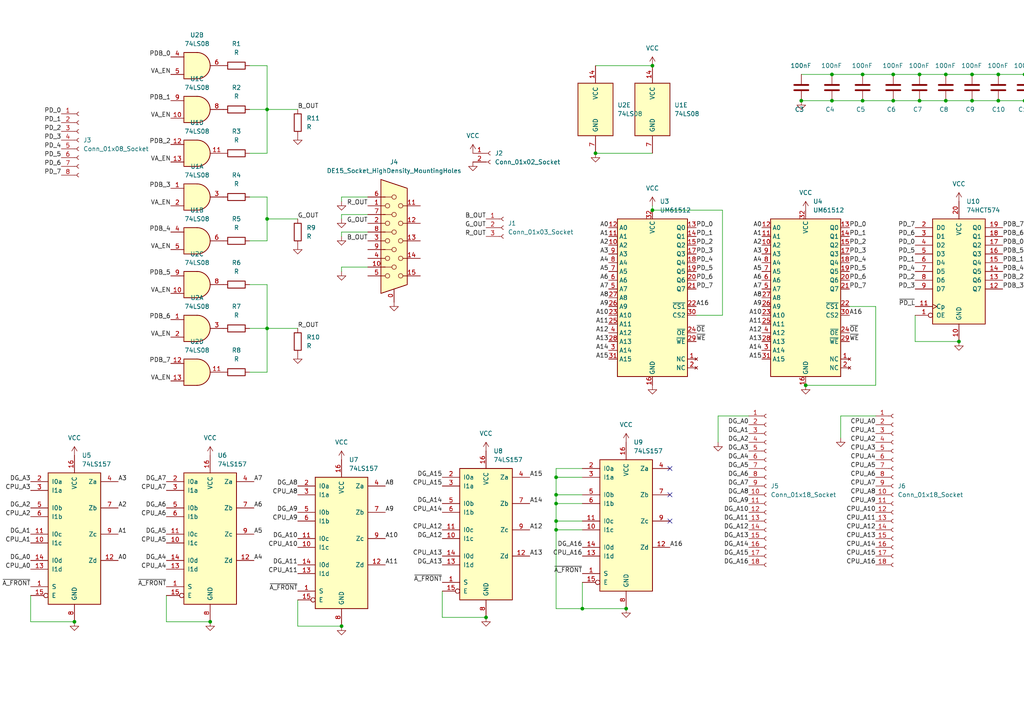
<source format=kicad_sch>
(kicad_sch (version 20250114) (generator "eeschema") (generator_version "9.0")
  (paper "A4")
  (lib_symbols
    (symbol "74xx:74HCT574" (pin_names (offset 1.016))
      (property "Reference" "U" (at -7.62 16.51 0))
      (property "Value" "74HCT574" (at -7.62 -16.51 0))
      (symbol "74HCT574_1_0"
        (pin input line (at -12.7 12.7 0) (length 5.08) (name "D0") (number "2"))
        (pin input line (at -12.7 10.16 0) (length 5.08) (name "D1") (number "3"))
        (pin input line (at -12.7 7.62 0) (length 5.08) (name "D2") (number "4"))
        (pin input line (at -12.7 5.08 0) (length 5.08) (name "D3") (number "5"))
        (pin input line (at -12.7 2.54 0) (length 5.08) (name "D4") (number "6"))
        (pin input line (at -12.7 0 0) (length 5.08) (name "D5") (number "7"))
        (pin input line (at -12.7 -2.54 0) (length 5.08) (name "D6") (number "8"))
        (pin input line (at -12.7 -5.08 0) (length 5.08) (name "D7") (number "9"))
        (pin input clock (at -12.7 -10.16 0) (length 5.08) (name "Cp") (number "11"))
        (pin input inverted (at -12.7 -12.7 0) (length 5.08) (name "OE") (number "1"))
        (pin power_in line (at 0 20.32 270) (length 5.08) (name "VCC") (number "20"))
        (pin power_in line (at 0 -20.32 90) (length 5.08) (name "GND") (number "10"))
        (pin tri_state line (at 12.7 12.7 180) (length 5.08) (name "Q0") (number "19"))
        (pin tri_state line (at 12.7 10.16 180) (length 5.08) (name "Q1") (number "18"))
        (pin tri_state line (at 12.7 7.62 180) (length 5.08) (name "Q2") (number "17"))
        (pin tri_state line (at 12.7 5.08 180) (length 5.08) (name "Q3") (number "16"))
        (pin tri_state line (at 12.7 2.54 180) (length 5.08) (name "Q4") (number "15"))
        (pin tri_state line (at 12.7 0 180) (length 5.08) (name "Q5") (number "14"))
        (pin tri_state line (at 12.7 -2.54 180) (length 5.08) (name "Q6") (number "13"))
        (pin tri_state line (at 12.7 -5.08 180) (length 5.08) (name "Q7") (number "12"))
      )
    )
    (symbol "74xx:74LS08" (pin_names (offset 1.016))
      (property "Reference" "U" (at 0 1.27 0))
      (property "Value" "74LS08" (at 0 -1.27 0))
      (symbol "74LS08_1_1"
        (pin input line (at -7.62 2.54 0) (length 3.81) (name "~") (number "1"))
        (pin input line (at -7.62 -2.54 0) (length 3.81) (name "~") (number "2"))
        (pin output line (at 7.62 0 180) (length 3.81) (name "~") (number "3"))
      )
      (symbol "74LS08_1_2"
        (pin input inverted (at -7.62 2.54 0) (length 4.318) (name "~") (number "1"))
        (pin input inverted (at -7.62 -2.54 0) (length 4.318) (name "~") (number "2"))
        (pin output inverted (at 7.62 0 180) (length 3.81) (name "~") (number "3"))
      )
      (symbol "74LS08_2_1"
        (pin input line (at -7.62 2.54 0) (length 3.81) (name "~") (number "4"))
        (pin input line (at -7.62 -2.54 0) (length 3.81) (name "~") (number "5"))
        (pin output line (at 7.62 0 180) (length 3.81) (name "~") (number "6"))
      )
      (symbol "74LS08_2_2"
        (pin input inverted (at -7.62 2.54 0) (length 4.318) (name "~") (number "4"))
        (pin input inverted (at -7.62 -2.54 0) (length 4.318) (name "~") (number "5"))
        (pin output inverted (at 7.62 0 180) (length 3.81) (name "~") (number "6"))
      )
      (symbol "74LS08_3_1"
        (pin input line (at -7.62 2.54 0) (length 3.81) (name "~") (number "9"))
        (pin input line (at -7.62 -2.54 0) (length 3.81) (name "~") (number "10"))
        (pin output line (at 7.62 0 180) (length 3.81) (name "~") (number "8"))
      )
      (symbol "74LS08_3_2"
        (pin input inverted (at -7.62 2.54 0) (length 4.318) (name "~") (number "9"))
        (pin input inverted (at -7.62 -2.54 0) (length 4.318) (name "~") (number "10"))
        (pin output inverted (at 7.62 0 180) (length 3.81) (name "~") (number "8"))
      )
      (symbol "74LS08_4_1"
        (pin input line (at -7.62 2.54 0) (length 3.81) (name "~") (number "12"))
        (pin input line (at -7.62 -2.54 0) (length 3.81) (name "~") (number "13"))
        (pin output line (at 7.62 0 180) (length 3.81) (name "~") (number "11"))
      )
      (symbol "74LS08_4_2"
        (pin input inverted (at -7.62 2.54 0) (length 4.318) (name "~") (number "12"))
        (pin input inverted (at -7.62 -2.54 0) (length 4.318) (name "~") (number "13"))
        (pin output inverted (at 7.62 0 180) (length 3.81) (name "~") (number "11"))
      )
      (symbol "74LS08_5_0"
        (pin power_in line (at 0 12.7 270) (length 5.08) (name "VCC") (number "14"))
        (pin power_in line (at 0 -12.7 90) (length 5.08) (name "GND") (number "7"))
      )
    )
    (symbol "74xx:74LS157" (pin_names (offset 1.016))
      (property "Reference" "U" (at -7.62 19.05 0))
      (property "Value" "74LS157" (at -7.62 -21.59 0))
      (symbol "74LS157_1_0"
        (pin input line (at -12.7 15.24 0) (length 5.08) (name "I0a") (number "2"))
        (pin input line (at -12.7 12.7 0) (length 5.08) (name "I1a") (number "3"))
        (pin input line (at -12.7 7.62 0) (length 5.08) (name "I0b") (number "5"))
        (pin input line (at -12.7 5.08 0) (length 5.08) (name "I1b") (number "6"))
        (pin input line (at -12.7 0 0) (length 5.08) (name "I0c") (number "11"))
        (pin input line (at -12.7 -2.54 0) (length 5.08) (name "I1c") (number "10"))
        (pin input line (at -12.7 -7.62 0) (length 5.08) (name "I0d") (number "14"))
        (pin input line (at -12.7 -10.16 0) (length 5.08) (name "I1d") (number "13"))
        (pin input line (at -12.7 -15.24 0) (length 5.08) (name "S") (number "1"))
        (pin input inverted (at -12.7 -17.78 0) (length 5.08) (name "E") (number "15"))
        (pin power_in line (at 0 22.86 270) (length 5.08) (name "VCC") (number "16"))
        (pin power_in line (at 0 -25.4 90) (length 5.08) (name "GND") (number "8"))
        (pin output line (at 12.7 15.24 180) (length 5.08) (name "Za") (number "4"))
        (pin output line (at 12.7 7.62 180) (length 5.08) (name "Zb") (number "7"))
        (pin output line (at 12.7 0 180) (length 5.08) (name "Zc") (number "9"))
        (pin output line (at 12.7 -7.62 180) (length 5.08) (name "Zd") (number "12"))
      )
    )
    (symbol "Connector:Conn_01x02_Socket" (pin_names (offset 1.016) (hide yes))
      (property "Reference" "J" (at 0 2.54 0))
      (property "Value" "Conn_01x02_Socket" (at 0 -5.08 0))
      (symbol "Conn_01x02_Socket_1_1"
        (pin passive line (at -5.08 0 0) (length 3.81) (name "Pin_1") (number "1"))
        (pin passive line (at -5.08 -2.54 0) (length 3.81) (name "Pin_2") (number "2"))
      )
    )
    (symbol "Connector:Conn_01x03_Socket" (pin_names (offset 1.016) (hide yes))
      (property "Reference" "J" (at 0 5.08 0))
      (property "Value" "Conn_01x03_Socket" (at 0 -5.08 0))
      (symbol "Conn_01x03_Socket_1_1"
        (pin passive line (at -5.08 2.54 0) (length 3.81) (name "Pin_1") (number "1"))
        (pin passive line (at -5.08 0 0) (length 3.81) (name "Pin_2") (number "2"))
        (pin passive line (at -5.08 -2.54 0) (length 3.81) (name "Pin_3") (number "3"))
      )
    )
    (symbol "Connector:Conn_01x08_Socket" (pin_names (offset 1.016) (hide yes))
      (property "Reference" "J" (at 0 10.16 0))
      (property "Value" "Conn_01x08_Socket" (at 0 -12.7 0))
      (symbol "Conn_01x08_Socket_1_1"
        (pin passive line (at -5.08 7.62 0) (length 3.81) (name "Pin_1") (number "1"))
        (pin passive line (at -5.08 5.08 0) (length 3.81) (name "Pin_2") (number "2"))
        (pin passive line (at -5.08 2.54 0) (length 3.81) (name "Pin_3") (number "3"))
        (pin passive line (at -5.08 0 0) (length 3.81) (name "Pin_4") (number "4"))
        (pin passive line (at -5.08 -2.54 0) (length 3.81) (name "Pin_5") (number "5"))
        (pin passive line (at -5.08 -5.08 0) (length 3.81) (name "Pin_6") (number "6"))
        (pin passive line (at -5.08 -7.62 0) (length 3.81) (name "Pin_7") (number "7"))
        (pin passive line (at -5.08 -10.16 0) (length 3.81) (name "Pin_8") (number "8"))
      )
    )
    (symbol "Connector:Conn_01x18_Socket" (pin_names (offset 1.016) (hide yes))
      (property "Reference" "J" (at 0 22.86 0))
      (property "Value" "Conn_01x18_Socket" (at 0 -25.4 0))
      (symbol "Conn_01x18_Socket_1_1"
        (pin passive line (at -5.08 20.32 0) (length 3.81) (name "Pin_1") (number "1"))
        (pin passive line (at -5.08 17.78 0) (length 3.81) (name "Pin_2") (number "2"))
        (pin passive line (at -5.08 15.24 0) (length 3.81) (name "Pin_3") (number "3"))
        (pin passive line (at -5.08 12.7 0) (length 3.81) (name "Pin_4") (number "4"))
        (pin passive line (at -5.08 10.16 0) (length 3.81) (name "Pin_5") (number "5"))
        (pin passive line (at -5.08 7.62 0) (length 3.81) (name "Pin_6") (number "6"))
        (pin passive line (at -5.08 5.08 0) (length 3.81) (name "Pin_7") (number "7"))
        (pin passive line (at -5.08 2.54 0) (length 3.81) (name "Pin_8") (number "8"))
        (pin passive line (at -5.08 0 0) (length 3.81) (name "Pin_9") (number "9"))
        (pin passive line (at -5.08 -2.54 0) (length 3.81) (name "Pin_10") (number "10"))
        (pin passive line (at -5.08 -5.08 0) (length 3.81) (name "Pin_11") (number "11"))
        (pin passive line (at -5.08 -7.62 0) (length 3.81) (name "Pin_12") (number "12"))
        (pin passive line (at -5.08 -10.16 0) (length 3.81) (name "Pin_13") (number "13"))
        (pin passive line (at -5.08 -12.7 0) (length 3.81) (name "Pin_14") (number "14"))
        (pin passive line (at -5.08 -15.24 0) (length 3.81) (name "Pin_15") (number "15"))
        (pin passive line (at -5.08 -17.78 0) (length 3.81) (name "Pin_16") (number "16"))
        (pin passive line (at -5.08 -20.32 0) (length 3.81) (name "Pin_17") (number "17"))
        (pin passive line (at -5.08 -22.86 0) (length 3.81) (name "Pin_18") (number "18"))
      )
    )
    (symbol "Connector:DE15_Socket_HighDensity_MountingHoles" (pin_names (offset 1.016) (hide yes))
      (property "Reference" "J" (at 0 21.59 0))
      (property "Value" "DE15_Socket_HighDensity_MountingHoles" (at 0 19.05 0))
      (symbol "DE15_Socket_HighDensity_MountingHoles_1_1"
        (pin passive line (at -7.62 12.7 0) (length 5.08) (name "~") (number "6"))
        (pin passive line (at -7.62 10.16 0) (length 5.08) (name "~") (number "1"))
        (pin passive line (at -7.62 7.62 0) (length 5.08) (name "~") (number "7"))
        (pin passive line (at -7.62 5.08 0) (length 5.08) (name "~") (number "2"))
        (pin passive line (at -7.62 2.54 0) (length 5.08) (name "~") (number "8"))
        (pin passive line (at -7.62 0 0) (length 5.08) (name "~") (number "3"))
        (pin passive line (at -7.62 -2.54 0) (length 5.08) (name "~") (number "9"))
        (pin passive line (at -7.62 -5.08 0) (length 5.08) (name "~") (number "4"))
        (pin passive line (at -7.62 -7.62 0) (length 5.08) (name "~") (number "10"))
        (pin passive line (at -7.62 -10.16 0) (length 5.08) (name "~") (number "5"))
        (pin passive line (at 0 -17.78 90) (length 3.81) (name "~") (number "0"))
        (pin passive line (at 7.62 10.16 180) (length 5.08) (name "~") (number "11"))
        (pin passive line (at 7.62 5.08 180) (length 5.08) (name "~") (number "12"))
        (pin passive line (at 7.62 0 180) (length 5.08) (name "~") (number "13"))
        (pin passive line (at 7.62 -5.08 180) (length 5.08) (name "~") (number "14"))
        (pin passive line (at 7.62 -10.16 180) (length 5.08) (name "~") (number "15"))
      )
    )
    (symbol "Device:C" (pin_numbers (hide yes)) (pin_names (offset 0.254))
      (property "Reference" "C" (at 0.635 2.54 0))
      (property "Value" "C" (at 0.635 -2.54 0))
      (symbol "C_1_1"
        (pin passive line (at 0 3.81 270) (length 2.794) (name "~") (number "1"))
        (pin passive line (at 0 -3.81 90) (length 2.794) (name "~") (number "2"))
      )
    )
    (symbol "Device:R" (pin_numbers (hide yes)) (pin_names (offset 0))
      (property "Reference" "R" (at 2.032 0 90))
      (property "Value" "R" (at 0 0 90))
      (symbol "R_1_1"
        (pin passive line (at 0 3.81 270) (length 1.27) (name "~") (number "1"))
        (pin passive line (at 0 -3.81 90) (length 1.27) (name "~") (number "2"))
      )
    )
    (symbol "mem:UM61512"
      (property "Reference" "U" (at -10.16 20.955 0))
      (property "Value" "UM61512" (at 2.54 20.955 0))
      (symbol "UM61512_1_0"
        (pin power_in line (at 0 22.86 270) (length 2.54) (name "VCC") (number "32"))
        (pin power_in line (at 0 -27.94 90) (length 2.54) (name "GND") (number "16"))
      )
      (symbol "UM61512_1_1"
        (pin input line (at -12.7 17.78 0) (length 2.54) (name "A0") (number "12"))
        (pin input line (at -12.7 15.24 0) (length 2.54) (name "A1") (number "11"))
        (pin input line (at -12.7 12.7 0) (length 2.54) (name "A2") (number "10"))
        (pin input line (at -12.7 10.16 0) (length 2.54) (name "A3") (number "9"))
        (pin input line (at -12.7 7.62 0) (length 2.54) (name "A4") (number "8"))
        (pin input line (at -12.7 5.08 0) (length 2.54) (name "A5") (number "7"))
        (pin input line (at -12.7 2.54 0) (length 2.54) (name "A6") (number "6"))
        (pin input line (at -12.7 0 0) (length 2.54) (name "A7") (number "5"))
        (pin input line (at -12.7 -2.54 0) (length 2.54) (name "A8") (number "27"))
        (pin input line (at -12.7 -5.08 0) (length 2.54) (name "A9") (number "26"))
        (pin input line (at -12.7 -7.62 0) (length 2.54) (name "A10") (number "23"))
        (pin input line (at -12.7 -10.16 0) (length 2.54) (name "A11") (number "25"))
        (pin input line (at -12.7 -12.7 0) (length 2.54) (name "A12") (number "4"))
        (pin input line (at -12.7 -15.24 0) (length 2.54) (name "A13") (number "28"))
        (pin input line (at -12.7 -17.78 0) (length 2.54) (name "A14") (number "3"))
        (pin input line (at -12.7 -20.32 0) (length 2.54) (name "A15") (number "31"))
        (pin tri_state line (at 12.7 17.78 180) (length 2.54) (name "Q0") (number "13"))
        (pin tri_state line (at 12.7 15.24 180) (length 2.54) (name "Q1") (number "14"))
        (pin tri_state line (at 12.7 12.7 180) (length 2.54) (name "Q2") (number "15"))
        (pin tri_state line (at 12.7 10.16 180) (length 2.54) (name "Q3") (number "17"))
        (pin tri_state line (at 12.7 7.62 180) (length 2.54) (name "Q4") (number "18"))
        (pin tri_state line (at 12.7 5.08 180) (length 2.54) (name "Q5") (number "19"))
        (pin tri_state line (at 12.7 2.54 180) (length 2.54) (name "Q6") (number "20"))
        (pin tri_state line (at 12.7 0 180) (length 2.54) (name "Q7") (number "21"))
        (pin input line (at 12.7 -5.08 180) (length 2.54) (name "~{CS1}") (number "22"))
        (pin input line (at 12.7 -7.62 180) (length 2.54) (name "CS2") (number "30"))
        (pin input line (at 12.7 -12.7 180) (length 2.54) (name "~{OE}") (number "24"))
        (pin input line (at 12.7 -15.24 180) (length 2.54) (name "~{WE}") (number "29"))
        (pin no_connect line (at 12.7 -20.32 180) (length 2.54) (name "NC") (number "1"))
        (pin no_connect line (at 12.7 -22.86 180) (length 2.54) (name "NC") (number "2"))
      )
    )
    (symbol "power:GND" (power) (pin_names (offset 0))
      (property "Value" "GND" (at 0 -3.81 0))
      (symbol "GND_1_1"
        (pin power_in line (at 0 0 270) (length 0) (hide yes) (name "GND") (number "1"))
      )
    )
    (symbol "power:VCC" (power) (pin_names (offset 0))
      (property "Value" "VCC" (at 0 3.81 0))
      (symbol "VCC_1_1"
        (pin power_in line (at 0 0 90) (length 0) (hide yes) (name "VCC") (number "1"))
      )
    )
  )
  (junction (at 77.47 63.5))
  (junction (at 266.7 21.59))
  (junction (at 140.97 179.07))
  (junction (at 259.08 21.59))
  (junction (at 77.47 95.25))
  (junction (at 241.3 29.21))
  (junction (at 250.19 21.59))
  (junction (at 172.72 44.45))
  (junction (at 189.23 19.05))
  (junction (at 161.29 146.05))
  (junction (at 161.29 151.13))
  (junction (at 250.19 29.21))
  (junction (at 161.29 153.67))
  (junction (at 233.68 111.76))
  (junction (at 259.08 29.21))
  (junction (at 189.23 60.96))
  (junction (at 274.32 21.59))
  (junction (at 161.29 138.43))
  (junction (at 274.32 29.21))
  (junction (at 77.47 31.75))
  (junction (at 289.56 21.59))
  (junction (at 289.56 29.21))
  (junction (at 266.7 29.21))
  (junction (at 232.41 29.21))
  (junction (at 281.94 21.59))
  (junction (at 281.94 29.21))
  (junction (at 297.18 21.59))
  (junction (at 297.18 29.21))
  (junction (at 278.13 99.06))
  (junction (at 99.06 181.61))
  (junction (at 304.8 21.59))
  (junction (at 60.96 180.34))
  (junction (at 168.91 176.53))
  (junction (at 181.61 176.53))
  (junction (at 241.3 21.59))
  (junction (at 161.29 143.51))
  (junction (at 21.59 180.34))
  (no_connect (at 194.31 151.13))
  (no_connect (at 194.31 143.51))
  (no_connect (at 194.31 135.89))
  (wire (pts (xy 72.39 19.05) (xy 77.47 19.05)))
  (wire (pts (xy 209.55 60.96) (xy 209.55 91.44)))
  (wire (pts (xy 77.47 95.25) (xy 86.36 95.25)))
  (wire (pts (xy 304.8 12.7) (xy 304.8 21.59)))
  (wire (pts (xy 77.47 57.15) (xy 77.47 63.5)))
  (wire (pts (xy 250.19 21.59) (xy 259.08 21.59)))
  (wire (pts (xy 281.94 21.59) (xy 289.56 21.59)))
  (wire (pts (xy 241.3 29.21) (xy 250.19 29.21)))
  (wire (pts (xy 77.47 63.5) (xy 77.47 69.85)))
  (wire (pts (xy 128.27 179.07) (xy 140.97 179.07)))
  (wire (pts (xy 161.29 138.43) (xy 168.91 138.43)))
  (wire (pts (xy 161.29 153.67) (xy 161.29 176.53)))
  (wire (pts (xy 297.18 29.21) (xy 304.8 29.21)))
  (wire (pts (xy 161.29 146.05) (xy 168.91 146.05)))
  (wire (pts (xy 99.06 63.5) (xy 99.06 62.23)))
  (wire (pts (xy 161.29 143.51) (xy 168.91 143.51)))
  (wire (pts (xy 172.72 44.45) (xy 189.23 44.45)))
  (wire (pts (xy 241.3 21.59) (xy 250.19 21.59)))
  (wire (pts (xy 77.47 82.55) (xy 77.47 95.25)))
  (wire (pts (xy 254 88.9) (xy 246.38 88.9)))
  (wire (pts (xy 161.29 143.51) (xy 161.29 138.43)))
  (wire (pts (xy 289.56 29.21) (xy 297.18 29.21)))
  (wire (pts (xy 77.47 31.75) (xy 72.39 31.75)))
  (wire (pts (xy 99.06 62.23) (xy 106.68 62.23)))
  (wire (pts (xy 161.29 153.67) (xy 168.91 153.67)))
  (wire (pts (xy 254 111.76) (xy 254 88.9)))
  (wire (pts (xy 274.32 21.59) (xy 281.94 21.59)))
  (wire (pts (xy 72.39 95.25) (xy 77.47 95.25)))
  (wire (pts (xy 281.94 29.21) (xy 289.56 29.21)))
  (wire (pts (xy 209.55 91.44) (xy 201.93 91.44)))
  (wire (pts (xy 161.29 151.13) (xy 161.29 153.67)))
  (wire (pts (xy 72.39 57.15) (xy 77.47 57.15)))
  (wire (pts (xy 243.84 120.65) (xy 254 120.65)))
  (wire (pts (xy 99.06 68.58) (xy 99.06 67.31)))
  (wire (pts (xy 172.72 19.05) (xy 189.23 19.05)))
  (wire (pts (xy 161.29 151.13) (xy 168.91 151.13)))
  (wire (pts (xy 99.06 78.74) (xy 99.06 77.47)))
  (wire (pts (xy 281.94 29.21) (xy 274.32 29.21)))
  (wire (pts (xy 8.89 172.72) (xy 8.89 180.34)))
  (wire (pts (xy 189.23 60.96) (xy 209.55 60.96)))
  (wire (pts (xy 289.56 21.59) (xy 297.18 21.59)))
  (wire (pts (xy 250.19 29.21) (xy 259.08 29.21)))
  (wire (pts (xy 77.47 107.95) (xy 72.39 107.95)))
  (wire (pts (xy 161.29 146.05) (xy 161.29 151.13)))
  (wire (pts (xy 189.23 59.69) (xy 189.23 60.96)))
  (wire (pts (xy 181.61 176.53) (xy 168.91 176.53)))
  (wire (pts (xy 161.29 143.51) (xy 161.29 146.05)))
  (wire (pts (xy 77.47 95.25) (xy 77.47 107.95)))
  (wire (pts (xy 208.28 128.27) (xy 208.28 120.65)))
  (wire (pts (xy 99.06 67.31) (xy 106.68 67.31)))
  (wire (pts (xy 86.36 173.99) (xy 86.36 181.61)))
  (wire (pts (xy 265.43 99.06) (xy 278.13 99.06)))
  (wire (pts (xy 99.06 57.15) (xy 106.68 57.15)))
  (wire (pts (xy 48.26 180.34) (xy 60.96 180.34)))
  (wire (pts (xy 161.29 138.43) (xy 161.29 135.89)))
  (wire (pts (xy 161.29 135.89) (xy 168.91 135.89)))
  (wire (pts (xy 77.47 69.85) (xy 72.39 69.85)))
  (wire (pts (xy 266.7 29.21) (xy 274.32 29.21)))
  (wire (pts (xy 77.47 44.45) (xy 72.39 44.45)))
  (wire (pts (xy 77.47 31.75) (xy 86.36 31.75)))
  (wire (pts (xy 265.43 91.44) (xy 265.43 99.06)))
  (wire (pts (xy 241.3 21.59) (xy 232.41 21.59)))
  (wire (pts (xy 128.27 171.45) (xy 128.27 179.07)))
  (wire (pts (xy 168.91 176.53) (xy 161.29 176.53)))
  (wire (pts (xy 77.47 31.75) (xy 77.47 44.45)))
  (wire (pts (xy 233.68 111.76) (xy 254 111.76)))
  (wire (pts (xy 72.39 82.55) (xy 77.47 82.55)))
  (wire (pts (xy 77.47 63.5) (xy 86.36 63.5)))
  (wire (pts (xy 86.36 181.61) (xy 99.06 181.61)))
  (wire (pts (xy 243.84 127) (xy 243.84 120.65)))
  (wire (pts (xy 8.89 180.34) (xy 21.59 180.34)))
  (wire (pts (xy 168.91 168.91) (xy 168.91 176.53)))
  (wire (pts (xy 208.28 120.65) (xy 217.17 120.65)))
  (wire (pts (xy 99.06 77.47) (xy 106.68 77.47)))
  (wire (pts (xy 77.47 19.05) (xy 77.47 31.75)))
  (wire (pts (xy 259.08 29.21) (xy 266.7 29.21)))
  (wire (pts (xy 48.26 172.72) (xy 48.26 180.34)))
  (wire (pts (xy 266.7 21.59) (xy 274.32 21.59)))
  (wire (pts (xy 232.41 29.21) (xy 241.3 29.21)))
  (wire (pts (xy 297.18 21.59) (xy 304.8 21.59)))
  (wire (pts (xy 259.08 21.59) (xy 266.7 21.59)))
  (wire (pts (xy 99.06 58.42) (xy 99.06 57.15)))
  (label "A6" (at 73.66 147.32 0))
  (label "A13" (at 153.67 161.29 0))
  (label "PD_7" (at 246.38 83.82 0))
  (label "A5" (at 220.98 78.74 180))
  (label "A0" (at 176.53 66.04 180))
  (label "~{A_FRONT}" (at 128.27 168.91 180))
  (label "CPU_A6" (at 48.26 149.86 180))
  (label "A0" (at 220.98 66.04 180))
  (label "PD_4" (at 17.78 43.18 180))
  (label "DG_A1" (at 8.89 154.94 180))
  (label "A8" (at 220.98 86.36 180))
  (label "CPU_A8" (at 86.36 143.51 180))
  (label "CPU_A7" (at 48.26 142.24 180))
  (label "PDB_1" (at 290.83 76.2 0))
  (label "PDB_2" (at 290.83 81.28 0))
  (label "DG_A8" (at 217.17 143.51 180))
  (label "B_OUT" (at 106.68 69.85 180))
  (label "CPU_A13" (at 128.27 161.29 180))
  (label "A11" (at 220.98 93.98 180))
  (label "A2" (at 220.98 71.12 180))
  (label "PD_3" (at 17.78 40.64 180))
  (label "VA_EN" (at 49.53 34.29 180))
  (label "A16" (at 194.31 158.75 0))
  (label "DG_A16" (at 168.91 158.75 180))
  (label "CPU_A14" (at 128.27 148.59 180))
  (label "~{A_FRONT}" (at 168.91 166.37 180))
  (label "G_OUT" (at 86.36 63.5 0))
  (label "R_OUT" (at 106.68 59.69 180))
  (label "DG_A8" (at 86.36 140.97 180))
  (label "CPU_A4" (at 254 133.35 180))
  (label "DG_A6" (at 48.26 147.32 180))
  (label "PD_0" (at 246.38 66.04 0))
  (label "CPU_A7" (at 254 140.97 180))
  (label "A5" (at 73.66 154.94 0))
  (label "A15" (at 153.67 138.43 0))
  (label "PD_3" (at 201.93 73.66 0))
  (label "DG_A0" (at 217.17 123.19 180))
  (label "A10" (at 176.53 91.44 180))
  (label "PDB_3" (at 49.53 54.61 180))
  (label "~{A_FRONT}" (at 8.89 170.18 180))
  (label "DG_A7" (at 217.17 140.97 180))
  (label "PDB_3" (at 290.83 83.82 0))
  (label "~{OE}" (at 246.38 96.52 0))
  (label "A5" (at 176.53 78.74 180))
  (label "A10" (at 220.98 91.44 180))
  (label "CPU_A9" (at 254 146.05 180))
  (label "G_OUT" (at 106.68 64.77 180))
  (label "PDB_7" (at 290.83 66.04 0))
  (label "CPU_A13" (at 254 156.21 180))
  (label "A12" (at 220.98 96.52 180))
  (label "A7" (at 220.98 83.82 180))
  (label "CPU_A10" (at 86.36 158.75 180))
  (label "CPU_A3" (at 8.89 142.24 180))
  (label "CPU_A12" (at 128.27 153.67 180))
  (label "PD_7" (at 265.43 66.04 180))
  (label "~{OE}" (at 201.93 96.52 0))
  (label "DG_A3" (at 8.89 139.7 180))
  (label "A1" (at 176.53 68.58 180))
  (label "VA_EN" (at 49.53 21.59 180))
  (label "PD_3" (at 246.38 73.66 0))
  (label "PD_6" (at 201.93 81.28 0))
  (label "~{WE}" (at 201.93 99.06 0))
  (label "DG_A0" (at 8.89 162.56 180))
  (label "A1" (at 34.29 154.94 0))
  (label "VA_EN" (at 49.53 85.09 180))
  (label "G_OUT" (at 140.97 66.04 180))
  (label "PD_2" (at 17.78 38.1 180))
  (label "PD_5" (at 265.43 73.66 180))
  (label "PD_2" (at 201.93 71.12 0))
  (label "CPU_A11" (at 86.36 166.37 180))
  (label "PD_2" (at 265.43 81.28 180))
  (label "PD_6" (at 265.43 68.58 180))
  (label "DG_A4" (at 217.17 133.35 180))
  (label "DG_A14" (at 217.17 158.75 180))
  (label "PD_7" (at 201.93 83.82 0))
  (label "CPU_A11" (at 254 151.13 180))
  (label "PD_1" (at 201.93 68.58 0))
  (label "DG_A9" (at 86.36 148.59 180))
  (label "DG_A12" (at 217.17 153.67 180))
  (label "A10" (at 111.76 156.21 0))
  (label "CPU_A8" (at 254 143.51 180))
  (label "DG_A10" (at 86.36 156.21 180))
  (label "VA_EN" (at 49.53 46.99 180))
  (label "A7" (at 73.66 139.7 0))
  (label "A2" (at 176.53 71.12 180))
  (label "PDB_4" (at 290.83 78.74 0))
  (label "CPU_A2" (at 254 128.27 180))
  (label "CPU_A6" (at 254 138.43 180))
  (label "CPU_A2" (at 8.89 149.86 180))
  (label "PD_5" (at 201.93 78.74 0))
  (label "A16" (at 201.93 88.9 0))
  (label "CPU_A15" (at 128.27 140.97 180))
  (label "DG_A13" (at 128.27 163.83 180))
  (label "CPU_A5" (at 48.26 157.48 180))
  (label "DG_A15" (at 217.17 161.29 180))
  (label "DG_A2" (at 217.17 128.27 180))
  (label "A7" (at 176.53 83.82 180))
  (label "A11" (at 111.76 163.83 0))
  (label "A6" (at 176.53 81.28 180))
  (label "CPU_A1" (at 254 125.73 180))
  (label "PD_1" (at 17.78 35.56 180))
  (label "PDB_6" (at 49.53 92.71 180))
  (label "~{A_FRONT}" (at 86.36 171.45 180))
  (label "DG_A3" (at 217.17 130.81 180))
  (label "A4" (at 73.66 162.56 0))
  (label "CPU_A5" (at 254 135.89 180))
  (label "PDB_2" (at 49.53 41.91 180))
  (label "PD_1" (at 265.43 76.2 180))
  (label "B_OUT" (at 140.97 63.5 180))
  (label "PD_0" (at 201.93 66.04 0))
  (label "PDB_1" (at 49.53 29.21 180))
  (label "R_OUT" (at 140.97 68.58 180))
  (label "PD_0" (at 17.78 33.02 180))
  (label "A12" (at 153.67 153.67 0))
  (label "DG_A12" (at 128.27 156.21 180))
  (label "A14" (at 153.67 146.05 0))
  (label "PD_4" (at 246.38 76.2 0))
  (label "CPU_A12" (at 254 153.67 180))
  (label "DG_A16" (at 217.17 163.83 180))
  (label "B_OUT" (at 86.36 31.75 0))
  (label "A4" (at 176.53 76.2 180))
  (label "A15" (at 176.53 104.14 180))
  (label "A9" (at 111.76 148.59 0))
  (label "PDB_0" (at 49.53 16.51 180))
  (label "PDB_4" (at 49.53 67.31 180))
  (label "PD_5" (at 17.78 45.72 180))
  (label "A13" (at 176.53 99.06 180))
  (label "A12" (at 176.53 96.52 180))
  (label "DG_A7" (at 48.26 139.7 180))
  (label "PD_4" (at 265.43 78.74 180))
  (label "VA_EN" (at 49.53 72.39 180))
  (label "DG_A2" (at 8.89 147.32 180))
  (label "VA_EN" (at 49.53 110.49 180))
  (label "A9" (at 220.98 88.9 180))
  (label "DG_A4" (at 48.26 162.56 180))
  (label "DG_A5" (at 217.17 135.89 180))
  (label "CPU_A0" (at 8.89 165.1 180))
  (label "PD_6" (at 17.78 48.26 180))
  (label "CPU_A3" (at 254 130.81 180))
  (label "PD_5" (at 246.38 78.74 0))
  (label "R_OUT" (at 86.36 95.25 0))
  (label "A14" (at 176.53 101.6 180))
  (label "DG_A1" (at 217.17 125.73 180))
  (label "PD_2" (at 246.38 71.12 0))
  (label "CPU_A0" (at 254 123.19 180))
  (label "PD_6" (at 246.38 81.28 0))
  (label "DG_A15" (at 128.27 138.43 180))
  (label "CPU_A10" (at 254 148.59 180))
  (label "A1" (at 220.98 68.58 180))
  (label "PDB_5" (at 290.83 73.66 0))
  (label "PDB_0" (at 290.83 71.12 0))
  (label "VA_EN" (at 49.53 59.69 180))
  (label "VA_EN" (at 49.53 97.79 180))
  (label "PD_4" (at 201.93 76.2 0))
  (label "CPU_A16" (at 168.91 161.29 180))
  (label "CPU_A1" (at 8.89 157.48 180))
  (label "PD_1" (at 246.38 68.58 0))
  (label "DG_A6" (at 217.17 138.43 180))
  (label "CPU_A9" (at 86.36 151.13 180))
  (label "DG_A9" (at 217.17 146.05 180))
  (label "A4" (at 220.98 76.2 180))
  (label "A16" (at 246.38 91.44 0))
  (label "DG_A5" (at 48.26 154.94 180))
  (label "DG_A13" (at 217.17 156.21 180))
  (label "CPU_A15" (at 254 161.29 180))
  (label "A9" (at 176.53 88.9 180))
  (label "DG_A11" (at 86.36 163.83 180))
  (label "A8" (at 111.76 140.97 0))
  (label "A0" (at 34.29 162.56 0))
  (label "~{A_FRONT}" (at 48.26 170.18 180))
  (label "A2" (at 34.29 147.32 0))
  (label "A6" (at 220.98 81.28 180))
  (label "A14" (at 220.98 101.6 180))
  (label "CPU_A4" (at 48.26 165.1 180))
  (label "PD_3" (at 265.43 83.82 180))
  (label "DG_A10" (at 217.17 148.59 180))
  (label "CPU_A16" (at 254 163.83 180))
  (label "A15" (at 220.98 104.14 180))
  (label "A11" (at 176.53 93.98 180))
  (label "PD_0" (at 265.43 71.12 180))
  (label "A3" (at 176.53 73.66 180))
  (label "PD_7" (at 17.78 50.8 180))
  (label "A13" (at 220.98 99.06 180))
  (label "A3" (at 220.98 73.66 180))
  (label "PDB_5" (at 49.53 80.01 180))
  (label "A3" (at 34.29 139.7 0))
  (label "DG_A11" (at 217.17 151.13 180))
  (label "~{PD_L}" (at 265.43 88.9 180))
  (label "CPU_A14" (at 254 158.75 180))
  (label "A8" (at 176.53 86.36 180))
  (label "DG_A14" (at 128.27 146.05 180))
  (label "~{WE}" (at 246.38 99.06 0))
  (label "PDB_7" (at 49.53 105.41 180))
  (label "PDB_6" (at 290.83 68.58 0))
  (symbol (lib_id "power:GND") (at 60.96 180.34 0) (unit 1)
    (property "Reference" "#PWR034" (effects (hide yes)))
    (property "Value" "GND" (effects (hide yes)))
  )
  (symbol (lib_id "Device:C") (at 241.3 25.4 0) (unit 1)
    (property "Reference" "C4" (at 239.395 31.75 0) (effects (justify left)))
    (property "Value" "100nF" (at 238.125 19.05 0) (effects (justify left)))
    (property "Footprint" "Capacitor_SMD:C_0805_2012Metric_Pad1.18x1.45mm_HandSolder" (effects (hide yes)))
  )
  (symbol (lib_id "power:GND") (at 99.06 68.58 0) (unit 1)
    (property "Reference" "#PWR039" (effects (hide yes)))
    (property "Value" "GND" (effects (hide yes)))
  )
  (symbol (lib_id "power:GND") (at 208.28 128.27 0) (unit 1)
    (property "Reference" "#PWR054" (effects (hide yes)))
    (property "Value" "GND" (effects (hide yes)))
  )
  (symbol (lib_id "power:GND") (at 21.59 180.34 0) (unit 1)
    (property "Reference" "#PWR035" (effects (hide yes)))
    (property "Value" "GND" (effects (hide yes)))
  )
  (symbol (lib_id "Device:R") (at 68.58 82.55 90) (unit 1)
    (property "Reference" "R6" (at 68.58 76.2 90))
    (property "Value" "R" (at 68.58 78.74 90))
    (property "Footprint" "Resistor_THT:R_Axial_DIN0204_L3.6mm_D1.6mm_P7.62mm_Horizontal" (effects (hide yes)))
    (property "Description" "Resistor" (effects (hide yes)))
  )
  (symbol (lib_id "Device:R") (at 68.58 69.85 90) (unit 1)
    (property "Reference" "R5" (at 68.58 63.5 90))
    (property "Value" "R" (at 68.58 66.04 90))
    (property "Footprint" "Resistor_THT:R_Axial_DIN0204_L3.6mm_D1.6mm_P7.62mm_Horizontal" (effects (hide yes)))
    (property "Description" "Resistor" (effects (hide yes)))
  )
  (symbol (lib_id "74xx:74LS08") (at 189.23 31.75 0) (unit 5)
    (property "Reference" "U1" (at 195.58 30.4799 0) (effects (justify left)))
    (property "Value" "74LS08" (at 195.58 33.0199 0) (effects (justify left)))
    (property "Footprint" "Package_SO:SO-14_3.9x8.65mm_P1.27mm" (effects (hide yes)))
    (property "Datasheet" "http://www.ti.com/lit/gpn/sn74LS08" (effects (hide yes)))
    (property "Description" "Quad And2" (effects (hide yes)))
  )
  (symbol (lib_id "Device:R") (at 68.58 19.05 90) (unit 1)
    (property "Reference" "R1" (at 68.58 12.7 90))
    (property "Value" "R" (at 68.58 15.24 90))
    (property "Footprint" "Resistor_THT:R_Axial_DIN0204_L3.6mm_D1.6mm_P7.62mm_Horizontal" (effects (hide yes)))
    (property "Description" "Resistor" (effects (hide yes)))
  )
  (symbol (lib_id "74xx:74LS157") (at 21.59 154.94 0) (unit 1)
    (property "Reference" "U5" (at 23.7333 132.08 0) (effects (justify left)))
    (property "Value" "74LS157" (at 23.7333 134.62 0) (effects (justify left)))
    (property "Footprint" "Package_SO:SO-16_3.9x9.9mm_P1.27mm" (effects (hide yes)))
    (property "Datasheet" "http://www.ti.com/lit/gpn/sn74LS157" (effects (hide yes)))
    (property "Description" "Quad 2 to 1 line Multiplexer" (effects (hide yes)))
  )
  (symbol (lib_id "Device:C") (at 304.8 25.4 0) (unit 1)
    (property "Reference" "C12" (at 302.895 31.75 0) (effects (justify left)))
    (property "Value" "100nF" (at 301.625 19.05 0) (effects (justify left)))
    (property "Footprint" "Capacitor_SMD:C_0805_2012Metric_Pad1.18x1.45mm_HandSolder" (effects (hide yes)))
  )
  (symbol (lib_id "Device:R") (at 68.58 107.95 90) (unit 1)
    (property "Reference" "R8" (at 68.58 101.6 90))
    (property "Value" "R" (at 68.58 104.14 90))
    (property "Footprint" "Resistor_THT:R_Axial_DIN0204_L3.6mm_D1.6mm_P7.62mm_Horizontal" (effects (hide yes)))
    (property "Description" "Resistor" (effects (hide yes)))
  )
  (symbol (lib_id "Connector:Conn_01x18_Socket") (at 222.25 140.97 0) (unit 1)
    (property "Reference" "J5" (at 223.52 140.9699 0) (effects (justify left)))
    (property "Value" "Conn_01x18_Socket" (at 223.52 143.5099 0) (effects (justify left)))
    (property "Footprint" "Connector_PinHeader_2.54mm:PinHeader_1x18_P2.54mm_Vertical" (effects (hide yes)))
    (property "Description" "Generic connector, single row, 01x18, script generated" (effects (hide yes)))
  )
  (symbol (lib_id "74xx:74LS08") (at 57.15 95.25 0) (unit 1)
    (property "Reference" "U2" (at 57.1417 86.36 0))
    (property "Value" "74LS08" (at 57.1417 88.9 0))
    (property "Footprint" "Package_SO:SO-14_3.9x8.65mm_P1.27mm" (effects (hide yes)))
    (property "Datasheet" "http://www.ti.com/lit/gpn/sn74LS08" (effects (hide yes)))
    (property "Description" "Quad And2" (effects (hide yes)))
  )
  (symbol (lib_id "Device:C") (at 297.18 25.4 0) (unit 1)
    (property "Reference" "C11" (at 295.275 31.75 0) (effects (justify left)))
    (property "Value" "100nF" (at 294.005 19.05 0) (effects (justify left)))
    (property "Footprint" "Capacitor_SMD:C_0805_2012Metric_Pad1.18x1.45mm_HandSolder" (effects (hide yes)))
  )
  (symbol (lib_id "Connector:Conn_01x08_Socket") (at 22.86 40.64 0) (unit 1)
    (property "Reference" "J3" (at 24.13 40.6399 0) (effects (justify left)))
    (property "Value" "Conn_01x08_Socket" (at 24.13 43.1799 0) (effects (justify left)))
    (property "Footprint" "Connector_PinSocket_2.54mm:PinSocket_1x08_P2.54mm_Vertical" (effects (hide yes)))
    (property "Description" "Generic connector, single row, 01x08, script generated" (effects (hide yes)))
  )
  (symbol (lib_id "Device:R") (at 68.58 31.75 90) (unit 1)
    (property "Reference" "R2" (at 68.58 25.4 90))
    (property "Value" "R" (at 68.58 27.94 90))
    (property "Footprint" "Resistor_THT:R_Axial_DIN0204_L3.6mm_D1.6mm_P7.62mm_Horizontal" (effects (hide yes)))
    (property "Description" "Resistor" (effects (hide yes)))
  )
  (symbol (lib_id "Device:R") (at 68.58 57.15 90) (unit 1)
    (property "Reference" "R4" (at 68.58 50.8 90))
    (property "Value" "R" (at 68.58 53.34 90))
    (property "Footprint" "Resistor_THT:R_Axial_DIN0204_L3.6mm_D1.6mm_P7.62mm_Horizontal" (effects (hide yes)))
    (property "Description" "Resistor" (effects (hide yes)))
  )
  (symbol (lib_id "Device:R") (at 86.36 99.06 180) (unit 1)
    (property "Reference" "R10" (at 88.9 97.7899 0) (effects (justify right)))
    (property "Value" "R" (at 88.9 100.3299 0) (effects (justify right)))
    (property "Footprint" "Resistor_THT:R_Axial_DIN0204_L3.6mm_D1.6mm_P7.62mm_Horizontal" (effects (hide yes)))
    (property "Description" "Resistor" (effects (hide yes)))
  )
  (symbol (lib_id "74xx:74LS08") (at 172.72 31.75 0) (unit 5)
    (property "Reference" "U2" (at 179.07 30.4799 0) (effects (justify left)))
    (property "Value" "74LS08" (at 179.07 33.0199 0) (effects (justify left)))
    (property "Footprint" "Package_SO:SO-14_3.9x8.65mm_P1.27mm" (effects (hide yes)))
    (property "Datasheet" "http://www.ti.com/lit/gpn/sn74LS08" (effects (hide yes)))
    (property "Description" "Quad And2" (effects (hide yes)))
  )
  (symbol (lib_id "power:VCC") (at 181.61 128.27 0) (mirror y) (unit 1)
    (property "Reference" "#PWR045" (effects (hide yes)))
    (property "Value" "VCC" (at 181.61 123.19 0))
  )
  (symbol (lib_id "Device:R") (at 86.36 35.56 180) (unit 1)
    (property "Reference" "R11" (at 88.9 34.2899 0) (effects (justify right)))
    (property "Value" "R" (at 88.9 36.8299 0) (effects (justify right)))
    (property "Footprint" "Resistor_THT:R_Axial_DIN0204_L3.6mm_D1.6mm_P7.62mm_Horizontal" (effects (hide yes)))
    (property "Description" "Resistor" (effects (hide yes)))
  )
  (symbol (lib_id "power:GND") (at 99.06 63.5 0) (unit 1)
    (property "Reference" "#PWR038" (effects (hide yes)))
    (property "Value" "GND" (effects (hide yes)))
  )
  (symbol (lib_id "Device:R") (at 68.58 44.45 90) (unit 1)
    (property "Reference" "R3" (at 68.58 38.1 90))
    (property "Value" "R" (at 68.58 40.64 90))
    (property "Footprint" "Resistor_THT:R_Axial_DIN0204_L3.6mm_D1.6mm_P7.62mm_Horizontal" (effects (hide yes)))
    (property "Description" "Resistor" (effects (hide yes)))
  )
  (symbol (lib_id "power:GND") (at 243.84 127 0) (unit 1)
    (property "Reference" "#PWR053" (effects (hide yes)))
    (property "Value" "GND" (effects (hide yes)))
  )
  (symbol (lib_id "74xx:74LS08") (at 57.15 44.45 0) (unit 4)
    (property "Reference" "U1" (at 57.1417 35.56 0))
    (property "Value" "74LS08" (at 57.1417 38.1 0))
    (property "Footprint" "Package_SO:SO-14_3.9x8.65mm_P1.27mm" (effects (hide yes)))
    (property "Datasheet" "http://www.ti.com/lit/gpn/sn74LS08" (effects (hide yes)))
    (property "Description" "Quad And2" (effects (hide yes)))
  )
  (symbol (lib_id "Device:C") (at 232.41 25.4 0) (unit 1)
    (property "Reference" "C3" (at 230.505 31.75 0) (effects (justify left)))
    (property "Value" "100nF" (at 229.235 19.05 0) (effects (justify left)))
    (property "Footprint" "Capacitor_SMD:C_0805_2012Metric_Pad1.18x1.45mm_HandSolder" (effects (hide yes)))
  )
  (symbol (lib_id "Device:R") (at 86.36 67.31 180) (unit 1)
    (property "Reference" "R9" (at 88.9 66.0399 0) (effects (justify right)))
    (property "Value" "R" (at 88.9 68.5799 0) (effects (justify right)))
    (property "Footprint" "Resistor_THT:R_Axial_DIN0204_L3.6mm_D1.6mm_P7.62mm_Horizontal" (effects (hide yes)))
    (property "Description" "Resistor" (effects (hide yes)))
  )
  (symbol (lib_id "power:GND") (at 278.13 99.06 0) (unit 1)
    (property "Reference" "#PWR036" (effects (hide yes)))
    (property "Value" "GND" (effects (hide yes)))
  )
  (symbol (lib_id "Device:C") (at 259.08 25.4 0) (unit 1)
    (property "Reference" "C6" (at 257.175 31.75 0) (effects (justify left)))
    (property "Value" "100nF" (at 255.905 19.05 0) (effects (justify left)))
    (property "Footprint" "Capacitor_SMD:C_0805_2012Metric_Pad1.18x1.45mm_HandSolder" (effects (hide yes)))
  )
  (symbol (lib_id "74xx:74LS08") (at 57.15 31.75 0) (unit 3)
    (property "Reference" "U1" (at 57.1417 22.86 0))
    (property "Value" "74LS08" (at 57.1417 25.4 0))
    (property "Footprint" "Package_SO:SO-14_3.9x8.65mm_P1.27mm" (effects (hide yes)))
    (property "Datasheet" "http://www.ti.com/lit/gpn/sn74LS08" (effects (hide yes)))
    (property "Description" "Quad And2" (effects (hide yes)))
  )
  (symbol (lib_id "74xx:74LS157") (at 140.97 153.67 0) (unit 1)
    (property "Reference" "U8" (at 143.1133 130.81 0) (effects (justify left)))
    (property "Value" "74LS157" (at 143.1133 133.35 0) (effects (justify left)))
    (property "Footprint" "Package_SO:SO-16_3.9x9.9mm_P1.27mm" (effects (hide yes)))
    (property "Datasheet" "http://www.ti.com/lit/gpn/sn74LS157" (effects (hide yes)))
    (property "Description" "Quad 2 to 1 line Multiplexer" (effects (hide yes)))
  )
  (symbol (lib_id "74xx:74LS157") (at 99.06 156.21 0) (unit 1)
    (property "Reference" "U7" (at 101.2033 133.35 0) (effects (justify left)))
    (property "Value" "74LS157" (at 101.2033 135.89 0) (effects (justify left)))
    (property "Footprint" "Package_SO:SO-16_3.9x9.9mm_P1.27mm" (effects (hide yes)))
    (property "Datasheet" "http://www.ti.com/lit/gpn/sn74LS157" (effects (hide yes)))
    (property "Description" "Quad 2 to 1 line Multiplexer" (effects (hide yes)))
  )
  (symbol (lib_id "Device:C") (at 274.32 25.4 0) (unit 1)
    (property "Reference" "C8" (at 272.415 31.75 0) (effects (justify left)))
    (property "Value" "100nF" (at 271.145 19.05 0) (effects (justify left)))
    (property "Footprint" "Capacitor_SMD:C_0805_2012Metric_Pad1.18x1.45mm_HandSolder" (effects (hide yes)))
  )
  (symbol (lib_id "power:GND") (at 86.36 71.12 0) (unit 1)
    (property "Reference" "#PWR026" (effects (hide yes)))
    (property "Value" "GND" (effects (hide yes)))
  )
  (symbol (lib_id "power:GND") (at 86.36 39.37 0) (unit 1)
    (property "Reference" "#PWR025" (effects (hide yes)))
    (property "Value" "GND" (effects (hide yes)))
  )
  (symbol (lib_id "74xx:74LS157") (at 60.96 154.94 0) (unit 1)
    (property "Reference" "U6" (at 63.1033 132.08 0) (effects (justify left)))
    (property "Value" "74LS157" (at 63.1033 134.62 0) (effects (justify left)))
    (property "Footprint" "Package_SO:SO-16_3.9x9.9mm_P1.27mm" (effects (hide yes)))
    (property "Datasheet" "http://www.ti.com/lit/gpn/sn74LS157" (effects (hide yes)))
    (property "Description" "Quad 2 to 1 line Multiplexer" (effects (hide yes)))
  )
  (symbol (lib_id "74xx:74HCT574") (at 278.13 78.74 0) (unit 1)
    (property "Reference" "U10" (at 280.2733 58.42 0) (effects (justify left)))
    (property "Value" "74HCT574" (at 280.2733 60.96 0) (effects (justify left)))
    (property "Footprint" "Package_SO:SO-20_5.3x12.6mm_P1.27mm" (effects (hide yes)))
    (property "Datasheet" "http://www.ti.com/lit/gpn/sn74HCT574" (effects (hide yes)))
    (property "Description" "8-bit Register, 3-state outputs" (effects (hide yes)))
  )
  (symbol (lib_id "Connector:DE15_Socket_HighDensity_MountingHoles") (at 114.3 69.85 0) (unit 1)
    (property "Reference" "J4" (at 114.3 46.99 0))
    (property "Value" "DE15_Socket_HighDensity_MountingHoles" (at 114.3 49.53 0))
    (property "Footprint" "Connector_Dsub:DSUB-15-HD_Socket_Horizontal_P2.29x2.54mm_EdgePinOffset8.35mm_Housed_MountingHolesOffset10.89mm" (effects (hide yes)))
    (property "Description" "15-pin D-SUB connector, socket (female), High density (3 columns), Triple Row, Generic, VGA-connector, Mounting Hole" (effects (hide yes)))
  )
  (symbol (lib_id "Connector:Conn_01x03_Socket") (at 146.05 66.04 0) (unit 1)
    (property "Reference" "J1" (at 147.32 64.7699 0) (effects (justify left)))
    (property "Value" "Conn_01x03_Socket" (at 147.32 67.3099 0) (effects (justify left)))
    (property "Footprint" "Connector_PinSocket_2.54mm:PinSocket_1x03_P2.54mm_Vertical" (effects (hide yes)))
    (property "Description" "Generic connector, single row, 01x03, script generated" (effects (hide yes)))
  )
  (symbol (lib_id "power:GND") (at 99.06 181.61 0) (unit 1)
    (property "Reference" "#PWR033" (effects (hide yes)))
    (property "Value" "GND" (effects (hide yes)))
  )
  (symbol (lib_id "power:GND") (at 140.97 179.07 0) (unit 1)
    (property "Reference" "#PWR032" (effects (hide yes)))
    (property "Value" "GND" (effects (hide yes)))
  )
  (symbol (lib_id "power:VCC") (at 233.68 60.96 0) (unit 1)
    (property "Reference" "#PWR044" (effects (hide yes)))
    (property "Value" "VCC" (at 233.68 55.88 0))
  )
  (symbol (lib_id "power:VCC") (at 189.23 59.69 0) (mirror y) (unit 1)
    (property "Reference" "#PWR043" (effects (hide yes)))
    (property "Value" "VCC" (at 189.23 54.61 0))
  )
  (symbol (lib_id "power:VCC") (at 137.16 44.45 0) (unit 1)
    (property "Reference" "#PWR042" (effects (hide yes)))
    (property "Value" "VCC" (at 137.16 39.37 0))
  )
  (symbol (lib_id "Device:C") (at 266.7 25.4 0) (unit 1)
    (property "Reference" "C7" (at 264.795 31.75 0) (effects (justify left)))
    (property "Value" "100nF" (at 263.525 19.05 0) (effects (justify left)))
    (property "Footprint" "Capacitor_SMD:C_0805_2012Metric_Pad1.18x1.45mm_HandSolder" (effects (hide yes)))
  )
  (symbol (lib_id "Device:C") (at 250.19 25.4 0) (unit 1)
    (property "Reference" "C5" (at 248.285 31.75 0) (effects (justify left)))
    (property "Value" "100nF" (at 247.015 19.05 0) (effects (justify left)))
    (property "Footprint" "Capacitor_SMD:C_0805_2012Metric_Pad1.18x1.45mm_HandSolder" (effects (hide yes)))
  )
  (symbol (lib_id "74xx:74LS08") (at 57.15 57.15 0) (unit 1)
    (property "Reference" "U1" (at 57.1417 48.26 0))
    (property "Value" "74LS08" (at 57.1417 50.8 0))
    (property "Footprint" "Package_SO:SO-14_3.9x8.65mm_P1.27mm" (effects (hide yes)))
    (property "Datasheet" "http://www.ti.com/lit/gpn/sn74LS08" (effects (hide yes)))
    (property "Description" "Quad And2" (effects (hide yes)))
  )
  (symbol (lib_id "power:VCC") (at 99.06 133.35 0) (mirror y) (unit 1)
    (property "Reference" "#PWR047" (effects (hide yes)))
    (property "Value" "VCC" (at 99.06 128.27 0))
  )
  (symbol (lib_id "power:GND") (at 99.06 78.74 0) (unit 1)
    (property "Reference" "#PWR051" (effects (hide yes)))
    (property "Value" "GND" (effects (hide yes)))
  )
  (symbol (lib_id "74xx:74LS08") (at 57.15 19.05 0) (unit 2)
    (property "Reference" "U2" (at 57.1417 10.16 0))
    (property "Value" "74LS08" (at 57.1417 12.7 0))
    (property "Footprint" "Package_SO:SO-14_3.9x8.65mm_P1.27mm" (effects (hide yes)))
    (property "Datasheet" "http://www.ti.com/lit/gpn/sn74LS08" (effects (hide yes)))
    (property "Description" "Quad And2" (effects (hide yes)))
  )
  (symbol (lib_id "74xx:74LS08") (at 57.15 82.55 0) (unit 3)
    (property "Reference" "U2" (at 57.1417 73.66 0))
    (property "Value" "74LS08" (at 57.1417 76.2 0))
    (property "Footprint" "Package_SO:SO-14_3.9x8.65mm_P1.27mm" (effects (hide yes)))
    (property "Datasheet" "http://www.ti.com/lit/gpn/sn74LS08" (effects (hide yes)))
    (property "Description" "Quad And2" (effects (hide yes)))
  )
  (symbol (lib_id "Device:C") (at 289.56 25.4 0) (unit 1)
    (property "Reference" "C10" (at 287.655 31.75 0) (effects (justify left)))
    (property "Value" "100nF" (at 286.385 19.05 0) (effects (justify left)))
    (property "Footprint" "Capacitor_SMD:C_0805_2012Metric_Pad1.18x1.45mm_HandSolder" (effects (hide yes)))
  )
  (symbol (lib_id "74xx:74LS08") (at 57.15 69.85 0) (unit 2)
    (property "Reference" "U1" (at 57.1417 60.96 0))
    (property "Value" "74LS08" (at 57.1417 63.5 0))
    (property "Footprint" "Package_SO:SO-14_3.9x8.65mm_P1.27mm" (effects (hide yes)))
    (property "Datasheet" "http://www.ti.com/lit/gpn/sn74LS08" (effects (hide yes)))
    (property "Description" "Quad And2" (effects (hide yes)))
  )
  (symbol (lib_id "Device:R") (at 68.58 95.25 90) (unit 1)
    (property "Reference" "R7" (at 68.58 88.9 90))
    (property "Value" "R" (at 68.58 91.44 90))
    (property "Footprint" "Resistor_THT:R_Axial_DIN0204_L3.6mm_D1.6mm_P7.62mm_Horizontal" (effects (hide yes)))
    (property "Description" "Resistor" (effects (hide yes)))
  )
  (symbol (lib_id "power:VCC") (at 278.13 58.42 0) (unit 1)
    (property "Reference" "#PWR050" (effects (hide yes)))
    (property "Value" "VCC" (at 278.13 53.34 0))
  )
  (symbol (lib_id "Device:C") (at 281.94 25.4 0) (unit 1)
    (property "Reference" "C9" (at 280.035 31.75 0) (effects (justify left)))
    (property "Value" "100nF" (at 278.765 19.05 0) (effects (justify left)))
    (property "Footprint" "Capacitor_SMD:C_0805_2012Metric_Pad1.18x1.45mm_HandSolder" (effects (hide yes)))
  )
  (symbol (lib_id "power:VCC") (at 140.97 130.81 0) (mirror y) (unit 1)
    (property "Reference" "#PWR046" (effects (hide yes)))
    (property "Value" "VCC" (at 140.97 125.73 0))
  )
  (symbol (lib_id "power:VCC") (at 21.59 132.08 0) (mirror y) (unit 1)
    (property "Reference" "#PWR049" (effects (hide yes)))
    (property "Value" "VCC" (at 21.59 127 0))
  )
  (symbol (lib_id "power:GND") (at 189.23 111.76 0) (unit 1)
    (property "Reference" "#PWR029" (effects (hide yes)))
    (property "Value" "GND" (effects (hide yes)))
  )
  (symbol (lib_id "power:GND") (at 172.72 44.45 0) (unit 1)
    (property "Reference" "#PWR024" (effects (hide yes)))
    (property "Value" "GND" (effects (hide yes)))
  )
  (symbol (lib_id "power:GND") (at 99.06 58.42 0) (unit 1)
    (property "Reference" "#PWR037" (effects (hide yes)))
    (property "Value" "GND" (effects (hide yes)))
  )
  (symbol (lib_id "mem:UM61512") (at 233.68 83.82 0) (unit 1)
    (property "Reference" "U4" (at 235.8233 58.42 0) (effects (justify left)))
    (property "Value" "UM61512" (at 235.8233 60.96 0) (effects (justify left)))
    (property "Footprint" "Package_DIP:DIP-32_W7.62mm" (effects (hide yes)))
    (property "Datasheet" "https://www.futurlec.com/Datasheet/Memory/62256.pdf" (effects (hide yes)))
    (property "Description" "32Kx8 bit Low Power CMOS Static RAM, 55/70ns, DIP-28" (effects (hide yes)))
  )
  (symbol (lib_id "power:VCC") (at 304.8 12.7 0) (unit 1)
    (property "Reference" "#PWR040" (effects (hide yes)))
    (property "Value" "VCC" (at 304.8 7.62 0))
  )
  (symbol (lib_id "power:GND") (at 232.41 29.21 0) (unit 1)
    (property "Reference" "#PWR023" (effects (hide yes)))
    (property "Value" "GND" (effects (hide yes)))
  )
  (symbol (lib_id "power:GND") (at 114.3 87.63 0) (unit 1)
    (property "Reference" "#PWR052" (effects (hide yes)))
    (property "Value" "GND" (effects (hide yes)))
  )
  (symbol (lib_id "mem:UM61512") (at 189.23 83.82 0) (unit 1)
    (property "Reference" "U3" (at 191.3733 58.42 0) (effects (justify left)))
    (property "Value" "UM61512" (at 191.3733 60.96 0) (effects (justify left)))
    (property "Footprint" "Package_DIP:DIP-32_W7.62mm" (effects (hide yes)))
    (property "Datasheet" "https://www.futurlec.com/Datasheet/Memory/62256.pdf" (effects (hide yes)))
    (property "Description" "32Kx8 bit Low Power CMOS Static RAM, 55/70ns, DIP-28" (effects (hide yes)))
  )
  (symbol (lib_id "power:VCC") (at 189.23 19.05 0) (unit 1)
    (property "Reference" "#PWR041" (effects (hide yes)))
    (property "Value" "VCC" (at 189.23 13.97 0))
  )
  (symbol (lib_id "Connector:Conn_01x02_Socket") (at 142.24 44.45 0) (unit 1)
    (property "Reference" "J2" (at 143.51 44.4499 0) (effects (justify left)))
    (property "Value" "Conn_01x02_Socket" (at 143.51 46.9899 0) (effects (justify left)))
    (property "Footprint" "Connector_PinSocket_2.54mm:PinSocket_1x02_P2.54mm_Vertical" (effects (hide yes)))
    (property "Description" "Generic connector, single row, 01x02, script generated" (effects (hide yes)))
  )
  (symbol (lib_id "power:GND") (at 181.61 176.53 0) (unit 1)
    (property "Reference" "#PWR031" (effects (hide yes)))
    (property "Value" "GND" (effects (hide yes)))
  )
  (symbol (lib_id "power:GND") (at 233.68 111.76 0) (unit 1)
    (property "Reference" "#PWR030" (effects (hide yes)))
    (property "Value" "GND" (effects (hide yes)))
  )
  (symbol (lib_id "power:VCC") (at 60.96 132.08 0) (mirror y) (unit 1)
    (property "Reference" "#PWR048" (effects (hide yes)))
    (property "Value" "VCC" (at 60.96 127 0))
  )
  (symbol (lib_id "74xx:74LS08") (at 57.15 107.95 0) (unit 4)
    (property "Reference" "U2" (at 57.1417 99.06 0))
    (property "Value" "74LS08" (at 57.1417 101.6 0))
    (property "Footprint" "Package_SO:SO-14_3.9x8.65mm_P1.27mm" (effects (hide yes)))
    (property "Datasheet" "http://www.ti.com/lit/gpn/sn74LS08" (effects (hide yes)))
    (property "Description" "Quad And2" (effects (hide yes)))
  )
  (symbol (lib_id "power:GND") (at 86.36 102.87 0) (unit 1)
    (property "Reference" "#PWR027" (effects (hide yes)))
    (property "Value" "GND" (effects (hide yes)))
  )
  (symbol (lib_id "Connector:Conn_01x18_Socket") (at 259.08 140.97 0) (unit 1)
    (property "Reference" "J6" (at 260.35 140.9699 0) (effects (justify left)))
    (property "Value" "Conn_01x18_Socket" (at 260.35 143.5099 0) (effects (justify left)))
    (property "Footprint" "Connector_PinHeader_2.54mm:PinHeader_1x18_P2.54mm_Vertical" (effects (hide yes)))
    (property "Description" "Generic connector, single row, 01x18, script generated" (effects (hide yes)))
  )
  (symbol (lib_id "power:GND") (at 137.16 46.99 0) (unit 1)
    (property "Reference" "#PWR028" (effects (hide yes)))
    (property "Value" "GND" (effects (hide yes)))
  )
  (symbol (lib_id "74xx:74LS157") (at 181.61 151.13 0) (unit 1)
    (property "Reference" "U9" (at 183.7533 128.27 0) (effects (justify left)))
    (property "Value" "74LS157" (at 183.7533 130.81 0) (effects (justify left)))
    (property "Footprint" "Package_SO:SO-16_3.9x9.9mm_P1.27mm" (effects (hide yes)))
    (property "Datasheet" "http://www.ti.com/lit/gpn/sn74LS157" (effects (hide yes)))
    (property "Description" "Quad 2 to 1 line Multiplexer" (effects (hide yes)))
  )
)
</source>
